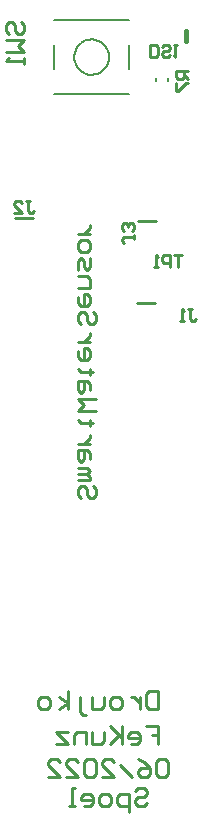
<source format=gbo>
G04*
G04 #@! TF.GenerationSoftware,Altium Limited,Altium Designer,21.3.2 (30)*
G04*
G04 Layer_Color=32896*
%FSLAX25Y25*%
%MOIN*%
G70*
G04*
G04 #@! TF.SameCoordinates,E8A29BF3-3805-44CD-BFD4-AABEC62B8219*
G04*
G04*
G04 #@! TF.FilePolarity,Positive*
G04*
G01*
G75*
%ADD11C,0.00787*%
%ADD12C,0.01000*%
%ADD75C,0.00500*%
%ADD76C,0.01575*%
D11*
X416433Y375606D02*
Y376394D01*
X420567Y375606D02*
Y376394D01*
D12*
X369500Y330000D02*
X375500D01*
X410500Y329000D02*
X416500D01*
X410000Y301500D02*
X416000D01*
X417000Y172095D02*
Y166097D01*
X414001D01*
X413001Y167097D01*
Y171095D01*
X414001Y172095D01*
X417000D01*
X411002Y170096D02*
Y166097D01*
Y168096D01*
X410002Y169096D01*
X409003Y170096D01*
X408003D01*
X404004Y166097D02*
X402005D01*
X401005Y167097D01*
Y169096D01*
X402005Y170096D01*
X404004D01*
X405004Y169096D01*
Y167097D01*
X404004Y166097D01*
X399006Y170096D02*
Y167097D01*
X398006Y166097D01*
X395007D01*
Y170096D01*
X393008Y164098D02*
X392008D01*
X391008Y165097D01*
Y170096D01*
X387010Y166097D02*
Y172095D01*
Y168096D02*
X384011Y170096D01*
X387010Y168096D02*
X384011Y166097D01*
X380012D02*
X378013D01*
X377013Y167097D01*
Y169096D01*
X378013Y170096D01*
X380012D01*
X381012Y169096D01*
Y167097D01*
X380012Y166097D01*
X413001Y160498D02*
X417000D01*
Y157499D01*
X415001D01*
X417000D01*
Y154500D01*
X408003D02*
X410002D01*
X411002Y155500D01*
Y157499D01*
X410002Y158499D01*
X408003D01*
X407003Y157499D01*
Y156499D01*
X411002D01*
X405004Y160498D02*
Y154500D01*
Y156499D01*
X401005Y160498D01*
X404004Y157499D01*
X401005Y154500D01*
X399006Y158499D02*
Y155500D01*
X398006Y154500D01*
X395007D01*
Y158499D01*
X393008Y154500D02*
Y158499D01*
X390009D01*
X389009Y157499D01*
Y154500D01*
X387010Y158499D02*
X383011D01*
X387010Y154500D01*
X383011D01*
X420494Y148595D02*
X419494Y149595D01*
X417494D01*
X416495Y148595D01*
Y144597D01*
X417494Y143597D01*
X419494D01*
X420494Y144597D01*
Y148595D01*
X410497Y149595D02*
X412496Y148595D01*
X414496Y146596D01*
Y144597D01*
X413496Y143597D01*
X411496D01*
X410497Y144597D01*
Y145596D01*
X411496Y146596D01*
X414496D01*
X408497Y143597D02*
X404499Y147596D01*
X398501Y143597D02*
X402499D01*
X398501Y147596D01*
Y148595D01*
X399500Y149595D01*
X401500D01*
X402499Y148595D01*
X396501D02*
X395502Y149595D01*
X393502D01*
X392503Y148595D01*
Y144597D01*
X393502Y143597D01*
X395502D01*
X396501Y144597D01*
Y148595D01*
X386505Y143597D02*
X390503D01*
X386505Y147596D01*
Y148595D01*
X387504Y149595D01*
X389504D01*
X390503Y148595D01*
X380506Y143597D02*
X384505D01*
X380506Y147596D01*
Y148595D01*
X381506Y149595D01*
X383506D01*
X384505Y148595D01*
X409497Y138998D02*
X410497Y139997D01*
X412496D01*
X413496Y138998D01*
Y137998D01*
X412496Y136998D01*
X410497D01*
X409497Y135999D01*
Y134999D01*
X410497Y133999D01*
X412496D01*
X413496Y134999D01*
X407498Y132000D02*
Y137998D01*
X404499D01*
X403499Y136998D01*
Y134999D01*
X404499Y133999D01*
X407498D01*
X400500D02*
X398501D01*
X397501Y134999D01*
Y136998D01*
X398501Y137998D01*
X400500D01*
X401500Y136998D01*
Y134999D01*
X400500Y133999D01*
X392503D02*
X394502D01*
X395502Y134999D01*
Y136998D01*
X394502Y137998D01*
X392503D01*
X391503Y136998D01*
Y135999D01*
X395502D01*
X389504Y133999D02*
X387504D01*
X388504D01*
Y139997D01*
X389504D01*
X395498Y240499D02*
X396498Y239499D01*
Y237500D01*
X395498Y236500D01*
X394499D01*
X393499Y237500D01*
Y239499D01*
X392499Y240499D01*
X391500D01*
X390500Y239499D01*
Y237500D01*
X391500Y236500D01*
X390500Y242498D02*
X394499D01*
Y243498D01*
X393499Y244497D01*
X390500D01*
X393499D01*
X394499Y245497D01*
X393499Y246497D01*
X390500D01*
X394499Y249496D02*
Y251495D01*
X393499Y252495D01*
X390500D01*
Y249496D01*
X391500Y248496D01*
X392499Y249496D01*
Y252495D01*
X394499Y254494D02*
X390500D01*
X392499D01*
X393499Y255494D01*
X394499Y256493D01*
Y257493D01*
X395498Y261492D02*
X394499D01*
Y260492D01*
Y262492D01*
Y261492D01*
X391500D01*
X390500Y262492D01*
X396498Y265491D02*
X390500D01*
X392499Y267490D01*
X390500Y269489D01*
X396498D01*
X394499Y272488D02*
Y274488D01*
X393499Y275487D01*
X390500D01*
Y272488D01*
X391500Y271489D01*
X392499Y272488D01*
Y275487D01*
X395498Y278486D02*
X394499D01*
Y277487D01*
Y279486D01*
Y278486D01*
X391500D01*
X390500Y279486D01*
Y285484D02*
Y283485D01*
X391500Y282485D01*
X393499D01*
X394499Y283485D01*
Y285484D01*
X393499Y286484D01*
X392499D01*
Y282485D01*
X394499Y288483D02*
X390500D01*
X392499D01*
X393499Y289483D01*
X394499Y290482D01*
Y291482D01*
X395498Y298480D02*
X396498Y297480D01*
Y295481D01*
X395498Y294481D01*
X394499D01*
X393499Y295481D01*
Y297480D01*
X392499Y298480D01*
X391500D01*
X390500Y297480D01*
Y295481D01*
X391500Y294481D01*
X390500Y303478D02*
Y301479D01*
X391500Y300479D01*
X393499D01*
X394499Y301479D01*
Y303478D01*
X393499Y304478D01*
X392499D01*
Y300479D01*
X390500Y306477D02*
X394499D01*
Y309476D01*
X393499Y310476D01*
X390500D01*
Y312475D02*
Y315474D01*
X391500Y316474D01*
X392499Y315474D01*
Y313475D01*
X393499Y312475D01*
X394499Y313475D01*
Y316474D01*
X390500Y319473D02*
Y321473D01*
X391500Y322472D01*
X393499D01*
X394499Y321473D01*
Y319473D01*
X393499Y318474D01*
X391500D01*
X390500Y319473D01*
X394499Y324471D02*
X390500D01*
X392499D01*
X393499Y325471D01*
X394499Y326471D01*
Y327471D01*
X367552Y391051D02*
X366552Y392051D01*
Y394050D01*
X367552Y395050D01*
X368551D01*
X369551Y394050D01*
Y392051D01*
X370551Y391051D01*
X371550D01*
X372550Y392051D01*
Y394050D01*
X371550Y395050D01*
X366552Y389052D02*
X372550D01*
X370551Y387053D01*
X372550Y385053D01*
X366552D01*
X372550Y383054D02*
Y381054D01*
Y382054D01*
X366552D01*
X367552Y383054D01*
X426968Y378929D02*
X423032D01*
Y376961D01*
X423688Y376306D01*
X425000D01*
X425656Y376961D01*
Y378929D01*
Y377618D02*
X426968Y376306D01*
X423032Y374994D02*
Y372370D01*
X423688D01*
X426312Y374994D01*
X426968D01*
X414408Y383532D02*
Y387468D01*
X416376D01*
X417032Y386812D01*
Y384188D01*
X416376Y383532D01*
X414408D01*
X420968Y384188D02*
X420312Y383532D01*
X419000D01*
X418344Y384188D01*
Y384844D01*
X419000Y385500D01*
X420312D01*
X420968Y386156D01*
Y386812D01*
X420312Y387468D01*
X419000D01*
X418344Y386812D01*
X422280Y387468D02*
X423592D01*
X422936D01*
Y383532D01*
X422280Y384188D01*
X408999Y324334D02*
Y323001D01*
Y323667D01*
X405667D01*
X405001Y323001D01*
Y322334D01*
X405667Y321668D01*
X408333Y325666D02*
X408999Y326333D01*
Y327666D01*
X408333Y328332D01*
X407666D01*
X407000Y327666D01*
Y326999D01*
Y327666D01*
X406334Y328332D01*
X405667D01*
X405001Y327666D01*
Y326333D01*
X405667Y325666D01*
X427000Y299499D02*
X428333D01*
X427666D01*
Y296167D01*
X428333Y295501D01*
X428999D01*
X429666Y296167D01*
X425667Y295501D02*
X424334D01*
X425001D01*
Y299499D01*
X425667Y298833D01*
X425165Y317499D02*
X422499D01*
X423832D01*
Y313501D01*
X421166D02*
Y317499D01*
X419167D01*
X418501Y316833D01*
Y315500D01*
X419167Y314834D01*
X421166D01*
X417168Y313501D02*
X415835D01*
X416501D01*
Y317499D01*
X417168Y316833D01*
X373166Y335499D02*
X374499D01*
X373833D01*
Y332167D01*
X374499Y331501D01*
X375166D01*
X375832Y332167D01*
X369168Y331501D02*
X371833D01*
X369168Y334166D01*
Y334833D01*
X369834Y335499D01*
X371167D01*
X371833Y334833D01*
D75*
X400906Y383500D02*
X400821Y384498D01*
X400568Y385467D01*
X400156Y386380D01*
X399595Y387210D01*
X398902Y387933D01*
X398096Y388529D01*
X397202Y388980D01*
X396244Y389273D01*
X395251Y389400D01*
X394250Y389358D01*
X393271Y389147D01*
X392341Y388773D01*
X391488Y388248D01*
X390737Y387586D01*
X390107Y386807D01*
X389619Y385932D01*
X389285Y384988D01*
X389116Y384001D01*
Y382999D01*
X389285Y382012D01*
X389619Y381067D01*
X390107Y380193D01*
X390737Y379414D01*
X391488Y378752D01*
X392341Y378227D01*
X393271Y377853D01*
X394250Y377642D01*
X395251Y377600D01*
X396244Y377727D01*
X397202Y378020D01*
X398096Y378471D01*
X398902Y379067D01*
X399595Y379790D01*
X400156Y380620D01*
X400568Y381533D01*
X400821Y382502D01*
X400906Y383500D01*
X389882Y395902D02*
X407402D01*
X382598D02*
X389882D01*
X382598Y371098D02*
X407402D01*
X382598Y379563D02*
Y387437D01*
X407402Y379563D02*
Y387437D01*
D76*
X426496Y388925D02*
Y392074D01*
M02*

</source>
